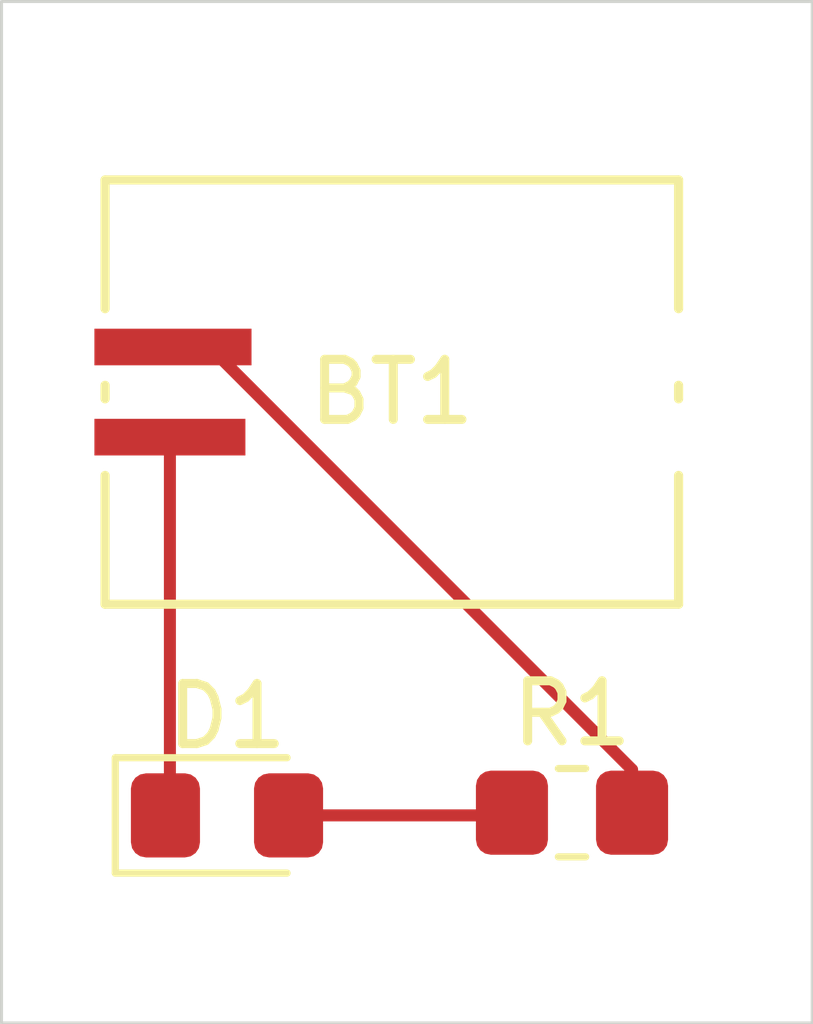
<source format=kicad_pcb>
(kicad_pcb (version 20240108) (generator "pcbnew") (generator_version "8.0")
  (layers (0 "F.Cu" signal) (31 "B.Cu" signal) (34 "B.Paste" user) (35 "F.Paste" user) (36 "B.SilkS" user "B.Silkscreen") (37 "F.SilkS" user "F.Silkscreen") (38 "B.Mask" user) (39 "F.Mask" user) (44 "Edge.Cuts" user))
  (net 0 "")
  (net 1 "Net-(BT1-+)")
  (net 2 "Net-(BT1--)")
  (net 3 "Net-(D1-A)")
  (footprint "Resistor_SMD:R_0805_2012Metric_Pad1.20x1.40mm_HandSolder" (layer "F.Cu") (at 53.5 37.5)
    (property "Reference" "R1" (at 0 -1.65 0) (layer "F.SilkS"))
    (property "Value" "R_US")
    (fp_line (start -0.227064 -0.735) (end 0.227064 -0.735) (stroke (width 0.12)) (layer "F.SilkS"))
    (fp_line (start -0.227064 0.735) (end 0.227064 0.735) (stroke (width 0.12)) (layer "F.SilkS"))
    (pad "1" smd roundrect (at -1 0) (size 1.2 1.4) (layers "F.Cu" "F.Paste" "F.Mask") (roundrect_rratio 0.208333) (net 3 "Net-(D1-A)"))
    (pad "2" smd roundrect (at 1 0) (size 1.2 1.4) (layers "F.Cu" "F.Paste" "F.Mask") (roundrect_rratio 0.208333) (net 1 "Net-(BT1-+)"))
  )
  (footprint "Diode_SMD:D_0805_2012Metric_Pad1.15x1.40mm_HandSolder" (layer "F.Cu") (at 47.755 37.545)
    (property "Reference" "D1" (at 0 -1.65 0) (layer "F.SilkS"))
    (property "Value" "LED")
    (fp_line (start -1.86 -0.96) (end -1.86 0.96) (stroke (width 0.12)) (layer "F.SilkS"))
    (fp_line (start -1.86 0.96) (end 1 0.96) (stroke (width 0.12)) (layer "F.SilkS"))
    (fp_line (start 1 -0.96) (end -1.86 -0.96) (stroke (width 0.12)) (layer "F.SilkS"))
    (pad "1" smd roundrect (at -1.025 0) (size 1.15 1.4) (layers "F.Cu" "F.Paste" "F.Mask") (roundrect_rratio 0.217391) (net 2 "Net-(BT1--)"))
    (pad "2" smd roundrect (at 1.025 0) (size 1.15 1.4) (layers "F.Cu" "F.Paste" "F.Mask") (roundrect_rratio 0.217391) (net 3 "Net-(D1-A)"))
  )
  (footprint "FS_3_Global_Footprint_Library:MS621FE-FL11E_SEC" (layer "F.Cu") (at 50.5 30.5)
    (property "Reference" "BT1" (at 0 0 0) (layer "F.SilkS"))
    (property "Value" "Battery")
    (fp_line (start -4.7752 -3.5306) (end -4.7752 -1.387541) (stroke (width 0.1524)) (layer "F.SilkS"))
    (fp_line (start -4.7752 -0.112461) (end -4.7752 0.112461) (stroke (width 0.1524)) (layer "F.SilkS"))
    (fp_line (start -4.7752 1.387541) (end -4.7752 3.5306) (stroke (width 0.1524)) (layer "F.SilkS"))
    (fp_line (start -4.7752 3.5306) (end 4.7752 3.5306) (stroke (width 0.1524)) (layer "F.SilkS"))
    (fp_line (start 4.7752 -3.5306) (end -4.7752 -3.5306) (stroke (width 0.1524)) (layer "F.SilkS"))
    (fp_line (start 4.7752 -1.387541) (end 4.7752 -3.5306) (stroke (width 0.1524)) (layer "F.SilkS"))
    (fp_line (start 4.7752 0.112461) (end 4.7752 -0.112461) (stroke (width 0.1524)) (layer "F.SilkS"))
    (fp_line (start 4.7752 3.5306) (end 4.7752 1.387541) (stroke (width 0.1524)) (layer "F.SilkS"))
    (pad "1" smd rect (at -3.6449 -0.750001) (size 2.6162 0.6096) (layers "F.Cu" "F.Paste" "F.Mask") (net 1 "Net-(BT1-+)"))
    (pad "2" smd rect (at -3.6957 0.750001) (size 2.5146 0.6096) (layers "F.Cu" "F.Paste" "F.Mask") (net 2 "Net-(BT1--)"))
  )
  (gr_rect (start 44 24) (end 57.5 41) (stroke (width 0.05)) (fill none) (layer "Edge.Cuts"))
  (segment (start 54.5 37.5) (end 54.5 36.783601) (width 0.2) (layer "F.Cu") (net 1))
  (segment (start 54.5 36.783601) (end 47.466398 29.749999) (width 0.2) (layer "F.Cu") (net 1))
  (segment (start 47.466398 29.749999) (end 46.8551 29.749999) (width 0.2) (layer "F.Cu") (net 1))
  (segment (start 46.8043 37.4707) (end 46.73 37.545) (width 0.2) (layer "F.Cu") (net 2))
  (segment (start 46.8043 31.250001) (end 46.8043 37.4707) (width 0.2) (layer "F.Cu") (net 2))
  (segment (start 52.455 37.545) (end 52.5 37.5) (width 0.2) (layer "F.Cu") (net 3))
  (segment (start 48.78 37.545) (end 52.455 37.545) (width 0.2) (layer "F.Cu") (net 3))
)
</source>
